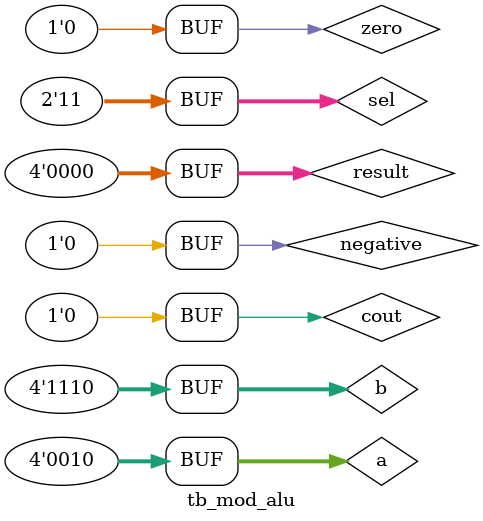
<source format=sv>
module tb_mod_alu();
    logic [3:0] a,b,result;
    logic [1:0] sel;
    logic cout, negative, zero;

    mod_alu #(.width(4)) dut1(a,b,sel,cout, negative,zero, result);

    initial begin
        a = 0000;
        b = 0000;
        result = 0000;
        cout = 0;
        zero=0;
        negative = 0;
		  #50;
        a = 1110;
        b = 0101;
        sel = 00;
        #50;

        a = 0100;
        b = 0011;
        sel = 01;
        #50;

        a = 0110;
        b = 1010;
        sel = 01;
        #50;
		  
        a = 0110;
        b = 0110;
        sel = 01;
        #50;

        a = 1011;
        b = 0101;
        sel = 10;
        #50;

        a = 1010;
        b = 0110;
        sel = 11;
        #50;
    end
endmodule
</source>
